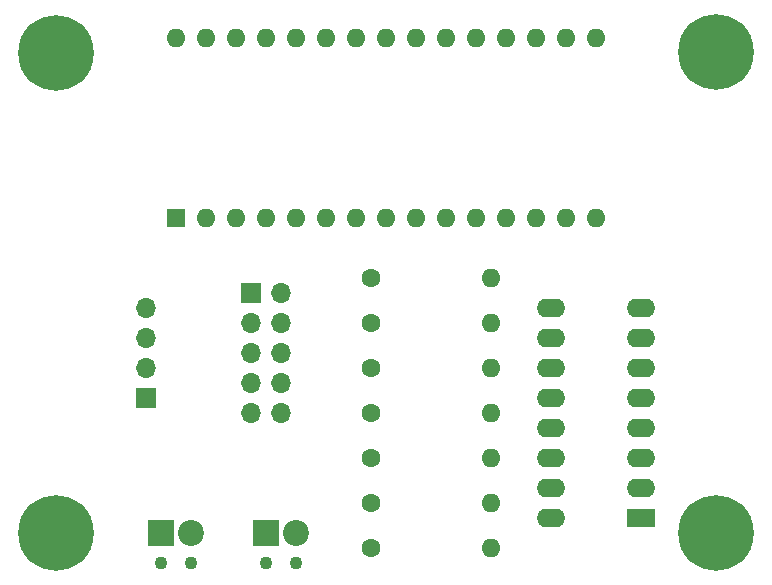
<source format=gbr>
%TF.GenerationSoftware,KiCad,Pcbnew,(6.0.7)*%
%TF.CreationDate,2023-06-21T14:43:57+08:00*%
%TF.ProjectId,Elevator_Indicator,456c6576-6174-46f7-925f-496e64696361,rev?*%
%TF.SameCoordinates,Original*%
%TF.FileFunction,Soldermask,Bot*%
%TF.FilePolarity,Negative*%
%FSLAX46Y46*%
G04 Gerber Fmt 4.6, Leading zero omitted, Abs format (unit mm)*
G04 Created by KiCad (PCBNEW (6.0.7)) date 2023-06-21 14:43:57*
%MOMM*%
%LPD*%
G01*
G04 APERTURE LIST*
%ADD10R,1.700000X1.700000*%
%ADD11O,1.700000X1.700000*%
%ADD12C,1.600000*%
%ADD13O,1.600000X1.600000*%
%ADD14C,0.800000*%
%ADD15C,6.400000*%
%ADD16C,1.100000*%
%ADD17R,2.200000X2.200000*%
%ADD18C,2.200000*%
%ADD19R,1.600000X1.600000*%
%ADD20R,2.400000X1.600000*%
%ADD21O,2.400000X1.600000*%
G04 APERTURE END LIST*
D10*
%TO.C,J1*%
X86360000Y-85080000D03*
D11*
X86360000Y-82540000D03*
X86360000Y-80000000D03*
X86360000Y-77460000D03*
%TD*%
D12*
%TO.C,R2*%
X105410000Y-93980000D03*
D13*
X115570000Y-93980000D03*
%TD*%
D14*
%TO.C,H4*%
X77042944Y-57577056D03*
X78740000Y-58280000D03*
X78740000Y-53480000D03*
X81140000Y-55880000D03*
D15*
X78740000Y-55880000D03*
D14*
X80437056Y-54182944D03*
X80437056Y-57577056D03*
X77042944Y-54182944D03*
X76340000Y-55880000D03*
%TD*%
D10*
%TO.C,J3*%
X95245000Y-76205000D03*
D11*
X95245000Y-78745000D03*
X95245000Y-81285000D03*
X95245000Y-83825000D03*
X95245000Y-86365000D03*
X97785000Y-86365000D03*
X97785000Y-83825000D03*
X97785000Y-81285000D03*
X97785000Y-78745000D03*
X97785000Y-76205000D03*
%TD*%
D12*
%TO.C,R6*%
X105410000Y-78740000D03*
D13*
X115570000Y-78740000D03*
%TD*%
D12*
%TO.C,R5*%
X105410000Y-82550000D03*
D13*
X115570000Y-82550000D03*
%TD*%
D12*
%TO.C,R4*%
X105410000Y-86360000D03*
D13*
X115570000Y-86360000D03*
%TD*%
D14*
%TO.C,H1*%
X136317056Y-57437056D03*
X136317056Y-54042944D03*
X134620000Y-53340000D03*
X132922944Y-57437056D03*
X137020000Y-55740000D03*
X132922944Y-54042944D03*
D15*
X134620000Y-55740000D03*
D14*
X134620000Y-58140000D03*
X132220000Y-55740000D03*
%TD*%
D12*
%TO.C,R1*%
X105410000Y-97790000D03*
D13*
X115570000Y-97790000D03*
%TD*%
D16*
%TO.C,J2*%
X90170000Y-99060000D03*
X87630000Y-99060000D03*
D17*
X87630000Y-96520000D03*
D18*
X90170000Y-96520000D03*
%TD*%
D16*
%TO.C,J4*%
X96520000Y-99060000D03*
X99060000Y-99060000D03*
D17*
X96520000Y-96520000D03*
D18*
X99060000Y-96520000D03*
%TD*%
D14*
%TO.C,H3*%
X77042944Y-98217056D03*
X81140000Y-96520000D03*
X76340000Y-96520000D03*
X77042944Y-94822944D03*
D15*
X78740000Y-96520000D03*
D14*
X80437056Y-94822944D03*
X80437056Y-98217056D03*
X78740000Y-94120000D03*
X78740000Y-98920000D03*
%TD*%
D12*
%TO.C,R3*%
X105410000Y-90170000D03*
D13*
X115570000Y-90170000D03*
%TD*%
D19*
%TO.C,A1*%
X88900000Y-69840000D03*
D13*
X91440000Y-69840000D03*
X93980000Y-69840000D03*
X96520000Y-69840000D03*
X99060000Y-69840000D03*
X101600000Y-69840000D03*
X104140000Y-69840000D03*
X106680000Y-69840000D03*
X109220000Y-69840000D03*
X111760000Y-69840000D03*
X114300000Y-69840000D03*
X116840000Y-69840000D03*
X119380000Y-69840000D03*
X121920000Y-69840000D03*
X124460000Y-69840000D03*
X124460000Y-54600000D03*
X121920000Y-54600000D03*
X119380000Y-54600000D03*
X116840000Y-54600000D03*
X114300000Y-54600000D03*
X111760000Y-54600000D03*
X109220000Y-54600000D03*
X106680000Y-54600000D03*
X104140000Y-54600000D03*
X101600000Y-54600000D03*
X99060000Y-54600000D03*
X96520000Y-54600000D03*
X93980000Y-54600000D03*
X91440000Y-54600000D03*
X88900000Y-54600000D03*
%TD*%
D12*
%TO.C,R7*%
X105410000Y-74930000D03*
D13*
X115570000Y-74930000D03*
%TD*%
D20*
%TO.C,U1*%
X128285000Y-95235000D03*
D21*
X128285000Y-92695000D03*
X128285000Y-90155000D03*
X128285000Y-87615000D03*
X128285000Y-85075000D03*
X128285000Y-82535000D03*
X128285000Y-79995000D03*
X128285000Y-77455000D03*
X120665000Y-77455000D03*
X120665000Y-79995000D03*
X120665000Y-82535000D03*
X120665000Y-85075000D03*
X120665000Y-87615000D03*
X120665000Y-90155000D03*
X120665000Y-92695000D03*
X120665000Y-95235000D03*
%TD*%
D14*
%TO.C,H2*%
X136317056Y-98217056D03*
X132922944Y-94822944D03*
X136317056Y-94822944D03*
X134620000Y-98920000D03*
X137020000Y-96520000D03*
X132220000Y-96520000D03*
D15*
X134620000Y-96520000D03*
D14*
X134620000Y-94120000D03*
X132922944Y-98217056D03*
%TD*%
M02*

</source>
